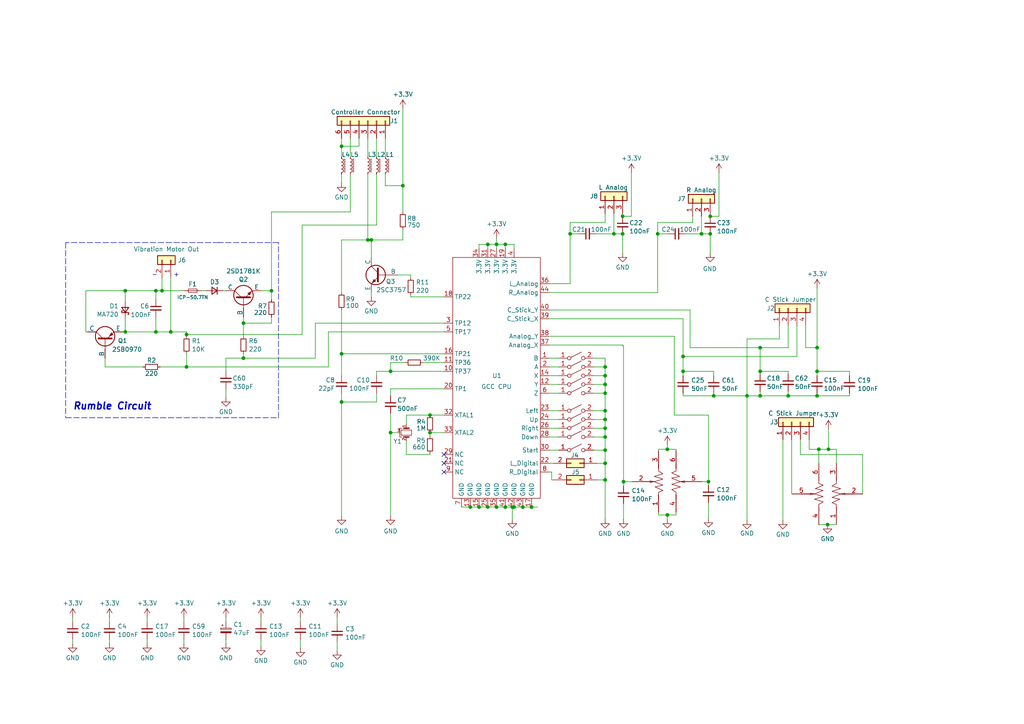
<source format=kicad_sch>
(kicad_sch (version 20231120) (generator "eeschema") (generator_version "8.0")
  (paper "A4")
  (title_block (title "Game Cube Controller 23-0899D") (company "nataliethenerd.com"))
  (lib_symbols
    (symbol "Conn_01x02_1" (pin_names (offset 1.016) hide)
      (property "Reference" "J4" (at -2.286 0 90))
      (property "Value" "L" (at 2.54 -0.762 90))
      (symbol "Conn_01x02_1_1_1"
        (pin passive line (at 0 5.08 270) (length 3.81) (name "Pin_1") (number "1"))
        (pin passive line (at 0 -7.62 90) (length 3.81) (name "Pin_2") (number "2"))
      )
    )
    (symbol "Connector_Generic:Conn_01x02" (pin_names (offset 1.016) hide)
      (property "Reference" "J" (at 0 2.54 0))
      (property "Value" "Conn_01x02" (at 0 -5.08 0))
      (symbol "Conn_01x02_1_1"
        (pin passive line (at -5.08 0 0) (length 3.81) (name "Pin_1") (number "1"))
        (pin passive line (at -5.08 -2.54 0) (length 3.81) (name "Pin_2") (number "2"))
      )
    )
    (symbol "Connector_Generic:Conn_01x03" (pin_names (offset 1.016) hide)
      (property "Reference" "J" (at 0 5.08 0))
      (property "Value" "Conn_01x03" (at 0 -5.08 0))
      (symbol "Conn_01x03_1_1"
        (pin passive line (at -5.08 2.54 0) (length 3.81) (name "Pin_1") (number "1"))
        (pin passive line (at -5.08 0 0) (length 3.81) (name "Pin_2") (number "2"))
        (pin passive line (at -5.08 -2.54 0) (length 3.81) (name "Pin_3") (number "3"))
      )
    )
    (symbol "Connector_Generic:Conn_01x04" (pin_names (offset 1.016) hide)
      (property "Reference" "J" (at 0 5.08 0))
      (property "Value" "Conn_01x04" (at 0 -7.62 0))
      (symbol "Conn_01x04_1_1"
        (pin passive line (at -5.08 2.54 0) (length 3.81) (name "Pin_1") (number "1"))
        (pin passive line (at -5.08 0 0) (length 3.81) (name "Pin_2") (number "2"))
        (pin passive line (at -5.08 -2.54 0) (length 3.81) (name "Pin_3") (number "3"))
        (pin passive line (at -5.08 -5.08 0) (length 3.81) (name "Pin_4") (number "4"))
      )
    )
    (symbol "Connector_Generic:Conn_01x06" (pin_names (offset 1.016) hide)
      (property "Reference" "J" (at 0 7.62 0))
      (property "Value" "Conn_01x06" (at 0 -10.16 0))
      (symbol "Conn_01x06_1_1"
        (pin passive line (at -5.08 5.08 0) (length 3.81) (name "Pin_1") (number "1"))
        (pin passive line (at -5.08 2.54 0) (length 3.81) (name "Pin_2") (number "2"))
        (pin passive line (at -5.08 0 0) (length 3.81) (name "Pin_3") (number "3"))
        (pin passive line (at -5.08 -2.54 0) (length 3.81) (name "Pin_4") (number "4"))
        (pin passive line (at -5.08 -5.08 0) (length 3.81) (name "Pin_5") (number "5"))
        (pin passive line (at -5.08 -7.62 0) (length 3.81) (name "Pin_6") (number "6"))
      )
    )
    (symbol "Device:C_Polarized_Small" (pin_numbers hide) (pin_names (offset 0.254) hide)
      (property "Reference" "C" (at 0.254 1.778 0))
      (property "Value" "C_Polarized_Small" (at 0.254 -2.032 0))
      (symbol "C_Polarized_Small_1_1"
        (pin passive line (at 0 2.54 270) (length 1.8542) (name "~") (number "1"))
        (pin passive line (at 0 -2.54 90) (length 1.8542) (name "~") (number "2"))
      )
    )
    (symbol "Device:C_Small" (pin_numbers hide) (pin_names (offset 0.254) hide)
      (property "Reference" "C" (at 0.254 1.778 0))
      (property "Value" "C_Small" (at 0.254 -2.032 0))
      (symbol "C_Small_1_1"
        (pin passive line (at 0 2.54 270) (length 2.032) (name "~") (number "1"))
        (pin passive line (at 0 -2.54 90) (length 2.032) (name "~") (number "2"))
      )
    )
    (symbol "Device:Crystal_GND3_Small" (pin_names (offset 1.016) hide)
      (property "Reference" "Y" (at 0 5.08 0))
      (property "Value" "Crystal_GND3_Small" (at 0 3.175 0))
      (symbol "Crystal_GND3_Small_1_1"
        (pin passive line (at -2.54 0 0) (length 1.27) (name "1") (number "1"))
        (pin passive line (at 2.54 0 180) (length 1.27) (name "2") (number "2"))
        (pin passive line (at 0 -2.54 90) (length 0.635) (name "3") (number "3"))
      )
    )
    (symbol "Device:D_Schottky_Small" (pin_numbers hide) (pin_names (offset 0.254) hide)
      (property "Reference" "D1" (at 1.1542 -1.905 90))
      (property "Value" "MA720" (at -1.27 -1.905 90))
      (symbol "D_Schottky_Small_1_1"
        (pin passive line (at 2.54 0 180) (length 1.778) (name "A") (number "1"))
        (pin passive line (at -2.54 0 0) (length 1.778) (name "K") (number "3"))
      )
    )
    (symbol "Device:D_Small" (pin_numbers hide) (pin_names (offset 0.254) hide)
      (property "Reference" "D" (at -1.27 2.032 0))
      (property "Value" "D_Small" (at -3.81 -2.032 0))
      (symbol "D_Small_1_1"
        (pin passive line (at -2.54 0 0) (length 1.778) (name "K") (number "1"))
        (pin passive line (at 2.54 0 180) (length 1.778) (name "A") (number "2"))
      )
    )
    (symbol "Device:Fuse_Small" (pin_numbers hide) (pin_names (offset 0.254) hide)
      (property "Reference" "F" (at 0 -1.524 0))
      (property "Value" "Fuse_Small" (at 0 1.524 0))
      (symbol "Fuse_Small_1_1"
        (pin passive line (at -2.54 0 0) (length 1.27) (name "~") (number "1"))
        (pin passive line (at 2.54 0 180) (length 1.27) (name "~") (number "2"))
      )
    )
    (symbol "Device:L_Ferrite_Small" (pin_numbers hide) (pin_names (offset 0.254) hide)
      (property "Reference" "L" (at 1.27 1.016 0))
      (property "Value" "L_Ferrite_Small" (at 1.27 -1.27 0))
      (symbol "L_Ferrite_Small_1_1"
        (pin passive line (at 0 2.54 270) (length 0.508) (name "~") (number "1"))
        (pin passive line (at 0 -2.54 90) (length 0.508) (name "~") (number "2"))
      )
    )
    (symbol "Device:R_Small" (pin_numbers hide) (pin_names (offset 0.254) hide)
      (property "Reference" "R" (at 0.762 0.508 0))
      (property "Value" "R_Small" (at 0.762 -1.016 0))
      (symbol "R_Small_1_1"
        (pin passive line (at 0 2.54 270) (length 0.762) (name "~") (number "1"))
        (pin passive line (at 0 -2.54 90) (length 0.762) (name "~") (number "2"))
      )
    )
    (symbol "GCC:GCC_CPU"
      (property "Reference" "U" (at 0 0 0))
      (symbol "GCC_CPU_0_0"
        (pin unspecified line (at 15.24 -31.75 180) (length 2.54) (name "B") (number "1"))
        (pin unspecified line (at -15.24 -35.56 0) (length 2.54) (name "TP37") (number "10"))
        (pin unspecified line (at -15.24 -33.02 0) (length 2.54) (name "TP36") (number "11"))
        (pin unspecified line (at 15.24 -39.37 180) (length 2.54) (name "Y") (number "12"))
        (pin unspecified line (at -7.62 -74.93 90) (length 2.54) (name "GND") (number "13"))
        (pin unspecified line (at 15.24 -36.83 180) (length 2.54) (name "X") (number "14"))
        (pin unspecified line (at -5.08 -74.93 90) (length 2.54) (name "GND") (number "15"))
        (pin unspecified line (at -15.24 -30.48 0) (length 2.54) (name "TP21") (number "16"))
        (pin unspecified line (at 10.16 -74.93 90) (length 2.54) (name "GND") (number "17"))
        (pin unspecified line (at -15.24 -13.97 0) (length 2.54) (name "TP22") (number "18"))
        (pin unspecified line (at 2.54 0 270) (length 2.54) (name "3.3V") (number "19"))
        (pin unspecified line (at 15.24 -34.29 180) (length 2.54) (name "A") (number "2"))
        (pin unspecified line (at -15.24 -40.64 0) (length 2.54) (name "TP1") (number "20"))
        (pin unspecified line (at -15.24 -62.23 0) (length 2.54) (name "NC") (number "21"))
        (pin unspecified line (at 15.24 -62.23 180) (length 2.54) (name "L_Digital") (number "22"))
        (pin unspecified line (at 15.24 -46.99 180) (length 2.54) (name "Left") (number "23"))
        (pin unspecified line (at 15.24 -49.53 180) (length 2.54) (name "Up") (number "24"))
        (pin unspecified line (at -2.54 -74.93 90) (length 2.54) (name "GND") (number "25"))
        (pin unspecified line (at 15.24 -52.07 180) (length 2.54) (name "Right") (number "26"))
        (pin unspecified line (at 0 0 270) (length 2.54) (name "3.3V") (number "27"))
        (pin unspecified line (at 15.24 -54.61 180) (length 2.54) (name "Down") (number "28"))
        (pin unspecified line (at -15.24 -59.69 0) (length 2.54) (name "NC") (number "29"))
        (pin unspecified line (at -15.24 -21.59 0) (length 2.54) (name "TP12") (number "3"))
        (pin unspecified line (at 15.24 -58.42 180) (length 2.54) (name "Start") (number "30"))
        (pin unspecified line (at -2.54 0 270) (length 2.54) (name "3.3V") (number "31"))
        (pin unspecified line (at -15.24 -48.26 0) (length 2.54) (name "XTAL1") (number "32"))
        (pin unspecified line (at -15.24 -53.34 0) (length 2.54) (name "XTAL2") (number "33"))
        (pin unspecified line (at -5.08 0 270) (length 2.54) (name "3.3V") (number "34"))
        (pin unspecified line (at 0 -74.93 90) (length 2.54) (name "GND") (number "35"))
        (pin unspecified line (at 15.24 -10.16 180) (length 2.54) (name "L_Analog") (number "36"))
        (pin unspecified line (at 15.24 -20.32 180) (length 2.54) (name "C_Stick_X") (number "39"))
        (pin unspecified line (at 5.08 0 270) (length 2.54) (name "3.3V") (number "4"))
        (pin unspecified line (at 15.24 -17.78 180) (length 2.54) (name "C_Stick_Y") (number "40"))
        (pin unspecified line (at 2.54 -74.93 90) (length 2.54) (name "GND") (number "41"))
        (pin unspecified line (at 5.08 -74.93 90) (length 2.54) (name "GND") (number "42"))
        (pin unspecified line (at 7.62 -74.93 90) (length 2.54) (name "GND") (number "43"))
        (pin unspecified line (at 15.24 -12.7 180) (length 2.54) (name "R_Analog") (number "44"))
        (pin unspecified line (at -15.24 -24.13 0) (length 2.54) (name "TP17") (number "5"))
        (pin unspecified line (at 15.24 -41.91 180) (length 2.54) (name "Z") (number "6"))
        (pin unspecified line (at -10.16 -74.93 90) (length 2.54) (name "GND") (number "7"))
        (pin unspecified line (at 15.24 -64.77 180) (length 2.54) (name "R_Digital") (number "8"))
        (pin unspecified line (at -15.24 -64.77 0) (length 2.54) (name "NC") (number "9"))
      )
      (symbol "GCC_CPU_1_0"
        (pin unspecified line (at 15.24 -27.94 180) (length 2.54) (name "Analog_X") (number "37"))
        (pin unspecified line (at 15.24 -25.4 180) (length 2.54) (name "Analog_Y") (number "38"))
      )
    )
    (symbol "NPN_1" (pin_numbers hide) (pin_names (offset 0))
      (property "Reference" "Q2" (at 5.8095 0 90))
      (property "Value" "2SD1781K" (at 8.2337 0 90))
      (symbol "NPN_1_1_1"
        (pin open_emitter line (at 2.54 -5.08 90) (length 2.54) (name "E") (number "1"))
        (pin input line (at -5.08 0 0) (length 2.54) (name "B") (number "2"))
        (pin open_collector line (at 2.54 5.08 270) (length 2.54) (name "C") (number "3"))
      )
    )
    (symbol "Simulation_SPICE:NPN" (pin_numbers hide) (pin_names (offset 0))
      (property "Reference" "Q3" (at -4.445 -1.905 0))
      (property "Value" "2SC3757" (at -7.62 -4.3292 0))
      (symbol "NPN_1_1"
        (pin input line (at -5.08 0 0) (length 2.54) (name "B") (number "1"))
        (pin open_emitter line (at 2.54 -5.08 90) (length 2.54) (name "E") (number "2"))
        (pin open_collector line (at 2.54 5.08 270) (length 2.54) (name "C") (number "3"))
      )
    )
    (symbol "Simulation_SPICE:PNP" (pin_numbers hide) (pin_names (offset 0))
      (property "Reference" "Q1" (at 0 -5.08 90))
      (property "Value" "2SB0970" (at -2.54 -6.35 90))
      (symbol "PNP_1_1"
        (pin input line (at -5.08 0 0) (length 2.54) (name "B") (number "1"))
        (pin open_emitter line (at 2.54 -5.08 90) (length 2.54) (name "E") (number "2"))
        (pin open_collector line (at 2.54 5.08 270) (length 2.54) (name "C") (number "3"))
      )
    )
    (symbol "Switch:SW_SPST" (pin_names (offset 0) hide)
      (property "Reference" "SW" (at 0 3.175 0))
      (property "Value" "SW_SPST" (at 0 -2.54 0))
      (symbol "SW_SPST_1_1"
        (pin passive line (at -5.08 0 0) (length 2.54) (name "A") (number "1"))
        (pin passive line (at 5.08 0 180) (length 2.54) (name "B") (number "2"))
      )
    )
    (symbol "easyeda2kicad:3D161"
      (property "Reference" "SW" (at 0 5.08 0))
      (property "Value" "3D161" (at 0 0 90))
      (symbol "3D161_1_1"
        (pin unspecified line (at -2.54 8.89 270) (length 5.08) (name "") (number "1"))
        (pin unspecified line (at -10.16 0 0) (length 5.08) (name "") (number "2"))
        (pin unspecified line (at -2.54 -8.89 90) (length 5.08) (name "") (number "3"))
        (pin unspecified line (at 2.54 8.89 270) (length 5.08) (name "") (number "4"))
        (pin unspecified line (at 10.16 0 180) (length 5.08) (name "") (number "5"))
        (pin unspecified line (at 2.54 -8.89 90) (length 5.08) (name "") (number "6"))
      )
    )
    (symbol "power:+3.3V" (power) (pin_names (offset 0))
      (property "Value" "+3.3V" (at 0 3.556 0))
      (symbol "+3.3V_1_1"
        (pin power_in line (at 0 0 90) (length 0) hide (name "+3.3V") (number "1"))
      )
    )
    (symbol "power:GND" (power) (pin_names (offset 0))
      (property "Value" "GND" (at 0 -3.81 0))
      (symbol "GND_1_1"
        (pin power_in line (at 0 0 270) (length 0) hide (name "GND") (number "1"))
      )
    )
  )
  (junction (at 178.054 67.818))
  (junction (at 149.098 147.066))
  (junction (at 205.486 139.7))
  (junction (at 116.84 53.848))
  (junction (at 220.472 100.838))
  (junction (at 205.994 62.738))
  (junction (at 107.696 69.596))
  (junction (at 124.714 125.476))
  (junction (at 193.548 149.352))
  (junction (at 207.01 114.808))
  (junction (at 36.322 84.328))
  (junction (at 220.472 114.808))
  (junction (at 220.472 107.696))
  (junction (at 190.754 67.818))
  (junction (at 175.514 126.746))
  (junction (at 205.994 67.818))
  (junction (at 99.06 42.418))
  (junction (at 99.06 102.616))
  (junction (at 175.514 106.426))
  (junction (at 54.102 97.028))
  (junction (at 175.514 114.046))
  (junction (at 240.284 130.302))
  (junction (at 136.398 147.066))
  (junction (at 180.848 139.7))
  (junction (at 240.03 152.146))
  (junction (at 113.284 125.476))
  (junction (at 138.938 147.066))
  (junction (at 70.612 103.886))
  (junction (at 141.478 70.866))
  (junction (at 146.558 70.866))
  (junction (at 236.982 114.808))
  (junction (at 237.49 130.302))
  (junction (at 78.74 84.328))
  (junction (at 151.638 147.066))
  (junction (at 146.558 147.066))
  (junction (at 198.12 107.696))
  (junction (at 203.454 67.818))
  (junction (at 175.514 119.126))
  (junction (at 46.99 84.328))
  (junction (at 180.594 67.818))
  (junction (at 154.178 147.066))
  (junction (at 175.514 111.506))
  (junction (at 141.478 147.066))
  (junction (at 198.12 103.378))
  (junction (at 106.68 69.596))
  (junction (at 180.594 62.738))
  (junction (at 175.514 121.666))
  (junction (at 124.714 120.396))
  (junction (at 175.514 134.366))
  (junction (at 165.354 67.818))
  (junction (at 45.212 96.266))
  (junction (at 113.284 107.696))
  (junction (at 193.548 130.302))
  (junction (at 175.514 130.556))
  (junction (at 228.6 114.808))
  (junction (at 99.06 116.586))
  (junction (at 148.59 147.066))
  (junction (at 54.102 106.426))
  (junction (at 236.982 107.696))
  (junction (at 175.514 124.206))
  (junction (at 49.53 96.266))
  (junction (at 45.212 84.328))
  (junction (at 236.982 100.838))
  (junction (at 144.018 70.866))
  (junction (at 216.662 114.808))
  (junction (at 175.514 139.192))
  (junction (at 144.018 147.066))
  (junction (at 36.322 96.266))
  (junction (at 70.612 93.726))
  (junction (at 175.514 108.966))
  (no_connect (at 128.778 136.906))
  (no_connect (at 128.778 131.826))
  (no_connect (at 128.778 134.366))
  (wire (pts (xy 226.06 98.298) (xy 226.06 94.488)))
  (wire (pts (xy 198.12 103.378) (xy 198.12 107.696)))
  (wire (pts (xy 205.486 120.396) (xy 205.486 139.7)))
  (wire (pts (xy 232.156 127.508) (xy 232.156 131.826)))
  (wire (pts (xy 106.68 69.596) (xy 107.696 69.596)))
  (wire (pts (xy 113.284 105.156) (xy 113.284 107.696)))
  (wire (pts (xy 220.472 107.696) (xy 228.6 107.696)))
  (wire (pts (xy 236.982 107.696) (xy 236.982 108.966)))
  (wire (pts (xy 78.74 61.468) (xy 78.74 84.328)))
  (wire (pts (xy 162.052 114.046) (xy 159.258 114.046)))
  (wire (pts (xy 54.102 106.426) (xy 54.102 102.616)))
  (wire (pts (xy 231.14 94.488) (xy 231.14 103.378)))
  (wire (pts (xy 175.514 121.666) (xy 175.514 124.206)))
  (wire (pts (xy 162.052 124.206) (xy 159.258 124.206)))
  (wire (pts (xy 21.082 179.07) (xy 21.082 180.34)))
  (wire (pts (xy 180.594 67.818) (xy 180.594 73.406)))
  (wire (pts (xy 31.75 185.42) (xy 31.75 186.69)))
  (wire (pts (xy 195.58 120.396) (xy 205.486 120.396)))
  (wire (pts (xy 233.68 94.488) (xy 233.68 100.838)))
  (wire (pts (xy 119.126 86.106) (xy 128.778 86.106)))
  (wire (pts (xy 228.6 114.808) (xy 236.982 114.808)))
  (wire (pts (xy 95.25 96.266) (xy 128.778 96.266)))
  (wire (pts (xy 104.14 40.132) (xy 104.14 42.418)))
  (wire (pts (xy 99.06 42.418) (xy 99.06 45.466)))
  (wire (pts (xy 49.53 80.518) (xy 49.53 96.266)))
  (wire (pts (xy 36.322 96.266) (xy 45.212 96.266)))
  (wire (pts (xy 237.49 130.302) (xy 237.49 134.366)))
  (wire (pts (xy 36.322 84.328) (xy 36.322 87.376)))
  (wire (pts (xy 53.34 179.07) (xy 53.34 180.34)))
  (wire (pts (xy 180.594 62.738) (xy 180.594 61.976)))
  (wire (pts (xy 208.534 62.738) (xy 205.994 62.738)))
  (wire (pts (xy 101.6 40.132) (xy 101.6 45.466)))
  (wire (pts (xy 180.594 100.33) (xy 180.848 100.33)))
  (wire (pts (xy 220.472 107.696) (xy 220.472 108.458)))
  (wire (pts (xy 172.212 126.746) (xy 175.514 126.746)))
  (wire (pts (xy 175.514 124.206) (xy 175.514 126.746)))
  (wire (pts (xy 133.858 147.066) (xy 136.398 147.066)))
  (wire (pts (xy 117.856 128.016) (xy 117.856 131.826)))
  (wire (pts (xy 203.454 67.818) (xy 205.994 67.818)))
  (wire (pts (xy 111.76 53.848) (xy 111.76 50.546)))
  (wire (pts (xy 220.472 100.838) (xy 220.472 107.696)))
  (wire (pts (xy 46.99 84.328) (xy 53.34 84.328)))
  (wire (pts (xy 220.472 113.538) (xy 220.472 114.808)))
  (wire (pts (xy 138.938 147.066) (xy 141.478 147.066)))
  (wire (pts (xy 162.052 126.746) (xy 159.258 126.746)))
  (wire (pts (xy 109.22 116.586) (xy 109.22 114.046)))
  (polyline (pts (xy 80.772 70.358) (xy 63.5 70.358)) (stroke (width 0) (type dash)))
  (wire (pts (xy 216.662 114.808) (xy 216.662 150.876)))
  (wire (pts (xy 220.472 100.838) (xy 228.6 100.838)))
  (wire (pts (xy 75.692 179.07) (xy 75.692 180.34)))
  (wire (pts (xy 196.088 130.302) (xy 196.088 130.81)))
  (wire (pts (xy 198.12 103.378) (xy 198.12 92.456)))
  (wire (pts (xy 227.076 150.876) (xy 227.076 127.508)))
  (wire (pts (xy 91.44 103.886) (xy 91.44 93.726)))
  (wire (pts (xy 113.284 105.156) (xy 117.602 105.156)))
  (wire (pts (xy 198.12 114.808) (xy 198.12 114.046)))
  (wire (pts (xy 97.79 179.07) (xy 97.79 181.102)))
  (wire (pts (xy 237.49 130.302) (xy 240.284 130.302)))
  (wire (pts (xy 240.03 152.146) (xy 237.49 152.146)))
  (wire (pts (xy 70.612 103.886) (xy 91.44 103.886)))
  (wire (pts (xy 46.99 80.518) (xy 46.99 84.328)))
  (wire (pts (xy 104.14 42.418) (xy 99.06 42.418)))
  (wire (pts (xy 165.354 67.818) (xy 165.354 82.296)))
  (wire (pts (xy 216.662 114.808) (xy 220.472 114.808)))
  (wire (pts (xy 42.672 186.69) (xy 42.672 185.42)))
  (wire (pts (xy 178.054 67.818) (xy 172.974 67.818)))
  (wire (pts (xy 191.008 149.352) (xy 191.008 148.59)))
  (wire (pts (xy 97.79 188.722) (xy 97.79 186.182)))
  (wire (pts (xy 78.74 91.948) (xy 78.74 93.726)))
  (wire (pts (xy 191.008 130.302) (xy 191.008 130.81)))
  (wire (pts (xy 172.212 130.556) (xy 175.514 130.556)))
  (wire (pts (xy 180.594 62.738) (xy 183.134 62.738)))
  (wire (pts (xy 70.612 93.726) (xy 70.612 97.536)))
  (wire (pts (xy 205.994 67.818) (xy 205.994 73.406)))
  (wire (pts (xy 36.322 92.456) (xy 36.322 96.266)))
  (wire (pts (xy 175.514 114.046) (xy 175.514 119.126)))
  (wire (pts (xy 180.594 100.076) (xy 159.258 100.076)))
  (wire (pts (xy 155.956 147.066) (xy 154.178 147.066)))
  (wire (pts (xy 141.478 70.866) (xy 141.478 72.136)))
  (polyline (pts (xy 19.05 121.158) (xy 80.772 121.158)) (stroke (width 0) (type dash)))
  (wire (pts (xy 36.322 84.328) (xy 45.212 84.328)))
  (wire (pts (xy 246.38 107.696) (xy 246.38 108.966)))
  (wire (pts (xy 240.03 152.146) (xy 242.57 152.146)))
  (wire (pts (xy 162.052 108.966) (xy 159.258 108.966)))
  (wire (pts (xy 198.12 107.696) (xy 207.01 107.696)))
  (wire (pts (xy 228.6 108.458) (xy 228.6 107.696)))
  (wire (pts (xy 198.12 114.808) (xy 207.01 114.808)))
  (wire (pts (xy 175.514 103.886) (xy 175.514 106.426)))
  (wire (pts (xy 190.754 64.516) (xy 200.914 64.516)))
  (wire (pts (xy 138.938 70.866) (xy 138.938 72.136)))
  (wire (pts (xy 207.01 114.808) (xy 216.662 114.808)))
  (wire (pts (xy 99.06 114.046) (xy 99.06 116.586)))
  (wire (pts (xy 175.514 126.746) (xy 175.514 130.556)))
  (wire (pts (xy 101.6 61.468) (xy 78.74 61.468)))
  (wire (pts (xy 107.696 69.596) (xy 116.84 69.596)))
  (wire (pts (xy 31.75 180.34) (xy 31.75 179.07)))
  (wire (pts (xy 207.01 107.696) (xy 207.01 108.966)))
  (wire (pts (xy 87.63 97.028) (xy 87.63 65.278)))
  (wire (pts (xy 240.284 130.302) (xy 242.57 130.302)))
  (wire (pts (xy 144.018 70.866) (xy 144.018 72.136)))
  (wire (pts (xy 172.212 124.206) (xy 175.514 124.206)))
  (wire (pts (xy 159.258 134.366) (xy 160.528 134.366)))
  (wire (pts (xy 54.102 106.426) (xy 95.25 106.426)))
  (wire (pts (xy 229.87 143.256) (xy 229.616 143.256)))
  (wire (pts (xy 107.696 84.836) (xy 107.696 86.106)))
  (wire (pts (xy 228.6 94.488) (xy 228.6 100.838)))
  (wire (pts (xy 208.534 62.738) (xy 208.534 50.038)))
  (wire (pts (xy 149.098 70.866) (xy 149.098 72.136)))
  (wire (pts (xy 109.22 50.546) (xy 109.22 65.278)))
  (wire (pts (xy 205.486 150.368) (xy 205.486 145.796)))
  (wire (pts (xy 159.258 82.296) (xy 165.354 82.296)))
  (wire (pts (xy 111.76 53.848) (xy 116.84 53.848)))
  (wire (pts (xy 99.06 50.546) (xy 99.06 53.086)))
  (wire (pts (xy 99.06 116.586) (xy 99.06 149.606)))
  (wire (pts (xy 113.284 125.476) (xy 115.316 125.476)))
  (wire (pts (xy 65.532 112.776) (xy 65.532 115.316)))
  (wire (pts (xy 228.6 114.808) (xy 220.472 114.808)))
  (wire (pts (xy 99.06 40.132) (xy 99.06 42.418)))
  (wire (pts (xy 99.06 69.596) (xy 99.06 84.836)))
  (wire (pts (xy 30.48 106.426) (xy 41.402 106.426)))
  (wire (pts (xy 234.696 127.508) (xy 234.696 130.302)))
  (wire (pts (xy 193.548 150.622) (xy 193.548 149.352)))
  (wire (pts (xy 196.088 149.352) (xy 193.548 149.352)))
  (wire (pts (xy 87.122 179.07) (xy 87.122 180.34)))
  (wire (pts (xy 160.02 136.906) (xy 159.258 136.906)))
  (wire (pts (xy 30.48 106.426) (xy 30.48 103.886)))
  (wire (pts (xy 70.612 93.726) (xy 78.74 93.726)))
  (wire (pts (xy 119.126 85.598) (xy 119.126 86.106)))
  (wire (pts (xy 87.122 187.96) (xy 87.122 185.42)))
  (wire (pts (xy 49.53 96.266) (xy 54.102 96.266)))
  (wire (pts (xy 65.532 186.69) (xy 65.532 185.42)))
  (wire (pts (xy 141.478 70.866) (xy 144.018 70.866)))
  (wire (pts (xy 160.02 139.192) (xy 160.02 136.906)))
  (wire (pts (xy 113.284 149.606) (xy 113.284 125.476)))
  (wire (pts (xy 216.662 98.298) (xy 216.662 114.808)))
  (wire (pts (xy 124.714 125.476) (xy 128.778 125.476)))
  (wire (pts (xy 65.532 103.886) (xy 70.612 103.886)))
  (wire (pts (xy 53.34 186.69) (xy 53.34 185.42)))
  (wire (pts (xy 200.152 100.838) (xy 220.472 100.838)))
  (wire (pts (xy 180.848 139.7) (xy 180.848 100.33)))
  (wire (pts (xy 242.57 130.302) (xy 242.57 134.366)))
  (wire (pts (xy 172.212 114.046) (xy 175.514 114.046)))
  (polyline (pts (xy 63.5 70.358) (xy 19.05 70.358)) (stroke (width 0) (type dash)))
  (wire (pts (xy 198.882 67.818) (xy 203.454 67.818)))
  (wire (pts (xy 64.77 84.328) (xy 65.532 84.328)))
  (wire (pts (xy 113.284 112.776) (xy 113.284 114.808)))
  (wire (pts (xy 180.848 139.7) (xy 183.388 139.7)))
  (wire (pts (xy 54.102 97.028) (xy 54.102 97.536)))
  (wire (pts (xy 195.58 97.536) (xy 195.58 120.396)))
  (wire (pts (xy 141.478 70.866) (xy 138.938 70.866)))
  (wire (pts (xy 180.848 150.622) (xy 180.848 146.05)))
  (wire (pts (xy 146.558 70.866) (xy 149.098 70.866)))
  (wire (pts (xy 124.714 120.396) (xy 128.778 120.396)))
  (wire (pts (xy 162.052 130.556) (xy 159.258 130.556)))
  (wire (pts (xy 165.354 64.516) (xy 165.354 67.818)))
  (wire (pts (xy 200.914 64.516) (xy 200.914 62.738)))
  (wire (pts (xy 236.982 107.696) (xy 246.38 107.696)))
  (wire (pts (xy 236.982 83.566) (xy 236.982 100.838)))
  (wire (pts (xy 148.59 147.066) (xy 149.098 147.066)))
  (wire (pts (xy 183.134 50.038) (xy 183.134 62.738)))
  (wire (pts (xy 162.052 103.886) (xy 159.258 103.886)))
  (wire (pts (xy 46.482 106.426) (xy 54.102 106.426)))
  (wire (pts (xy 116.84 66.548) (xy 116.84 69.596)))
  (wire (pts (xy 175.514 119.126) (xy 175.514 121.666)))
  (wire (pts (xy 159.258 92.456) (xy 198.12 92.456)))
  (wire (pts (xy 136.398 147.066) (xy 138.938 147.066)))
  (wire (pts (xy 122.682 105.156) (xy 128.778 105.156)))
  (wire (pts (xy 193.548 130.302) (xy 191.008 130.302)))
  (wire (pts (xy 113.284 107.696) (xy 128.778 107.696)))
  (wire (pts (xy 45.212 84.328) (xy 45.212 86.868)))
  (wire (pts (xy 198.12 107.696) (xy 198.12 108.966)))
  (wire (pts (xy 146.558 147.066) (xy 148.59 147.066)))
  (wire (pts (xy 175.514 64.516) (xy 165.354 64.516)))
  (wire (pts (xy 190.754 67.818) (xy 190.754 84.836)))
  (wire (pts (xy 95.25 106.426) (xy 95.25 96.266)))
  (wire (pts (xy 65.532 107.696) (xy 65.532 103.886)))
  (wire (pts (xy 162.052 121.666) (xy 159.258 121.666)))
  (wire (pts (xy 144.018 69.088) (xy 144.018 70.866)))
  (wire (pts (xy 116.84 53.848) (xy 116.84 61.468)))
  (wire (pts (xy 226.06 98.298) (xy 216.662 98.298)))
  (wire (pts (xy 233.68 100.838) (xy 236.982 100.838)))
  (wire (pts (xy 58.42 84.328) (xy 59.69 84.328)))
  (wire (pts (xy 180.594 100.33) (xy 180.594 100.076)))
  (wire (pts (xy 207.01 114.808) (xy 207.01 114.046)))
  (wire (pts (xy 151.638 147.066) (xy 154.178 147.066)))
  (wire (pts (xy 106.68 45.466) (xy 106.68 40.132)))
  (wire (pts (xy 240.284 124.46) (xy 240.284 130.302)))
  (wire (pts (xy 24.892 84.328) (xy 24.892 96.266)))
  (wire (pts (xy 175.514 134.366) (xy 175.514 139.192)))
  (wire (pts (xy 106.68 50.546) (xy 106.68 69.596)))
  (wire (pts (xy 146.558 70.866) (xy 146.558 72.136)))
  (wire (pts (xy 99.06 102.616) (xy 128.778 102.616)))
  (wire (pts (xy 54.102 97.028) (xy 87.63 97.028)))
  (wire (pts (xy 42.672 179.07) (xy 42.672 180.34)))
  (wire (pts (xy 180.848 140.97) (xy 180.848 139.7)))
  (wire (pts (xy 175.514 130.556) (xy 175.514 134.366)))
  (wire (pts (xy 101.6 61.468) (xy 101.6 50.546)))
  (wire (pts (xy 119.126 79.756) (xy 119.126 80.518)))
  (wire (pts (xy 141.478 147.066) (xy 144.018 147.066)))
  (wire (pts (xy 234.696 130.302) (xy 237.49 130.302)))
  (wire (pts (xy 172.212 108.966) (xy 175.514 108.966)))
  (wire (pts (xy 196.088 148.59) (xy 196.088 149.352)))
  (wire (pts (xy 193.802 67.818) (xy 190.754 67.818)))
  (wire (pts (xy 193.548 130.302) (xy 196.088 130.302)))
  (wire (pts (xy 45.212 84.328) (xy 46.99 84.328)))
  (wire (pts (xy 175.514 108.966) (xy 175.514 111.506)))
  (wire (pts (xy 78.74 86.868) (xy 78.74 84.328)))
  (wire (pts (xy 45.212 96.266) (xy 49.53 96.266)))
  (wire (pts (xy 109.22 107.696) (xy 113.284 107.696)))
  (wire (pts (xy 229.616 143.256) (xy 229.616 127.508)))
  (wire (pts (xy 75.692 84.328) (xy 78.74 84.328)))
  (wire (pts (xy 91.44 93.726) (xy 128.778 93.726)))
  (wire (pts (xy 160.528 139.192) (xy 160.02 139.192)))
  (wire (pts (xy 144.018 147.066) (xy 146.558 147.066)))
  (wire (pts (xy 117.856 122.936) (xy 117.856 120.396)))
  (wire (pts (xy 193.548 149.352) (xy 191.008 149.352)))
  (wire (pts (xy 172.212 106.426) (xy 175.514 106.426)))
  (wire (pts (xy 236.982 114.808) (xy 236.982 114.046)))
  (wire (pts (xy 124.714 131.826) (xy 124.714 131.572)))
  (wire (pts (xy 109.22 45.466) (xy 109.22 40.132)))
  (wire (pts (xy 117.856 120.396) (xy 124.714 120.396)))
  (wire (pts (xy 205.486 139.7) (xy 203.708 139.7)))
  (wire (pts (xy 87.63 65.278) (xy 109.22 65.278)))
  (wire (pts (xy 99.06 102.616) (xy 99.06 108.966)))
  (wire (pts (xy 172.212 111.506) (xy 175.514 111.506)))
  (wire (pts (xy 149.098 147.066) (xy 151.638 147.066)))
  (wire (pts (xy 203.454 62.738) (xy 203.454 67.818)))
  (wire (pts (xy 250.19 131.826) (xy 250.19 143.256)))
  (wire (pts (xy 99.06 69.596) (xy 106.68 69.596)))
  (wire (pts (xy 111.76 40.132) (xy 111.76 45.466)))
  (wire (pts (xy 175.514 106.426) (xy 175.514 108.966)))
  (wire (pts (xy 107.696 69.596) (xy 107.696 74.676)))
  (polyline (pts (xy 63.5 70.358) (xy 63.5 70.358)) (stroke (width 0) (type dash)))
  (wire (pts (xy 65.532 179.07) (xy 65.532 180.34)))
  (wire (pts (xy 193.548 129.032) (xy 193.548 130.302)))
  (wire (pts (xy 45.212 91.948) (xy 45.212 96.266)))
  (wire (pts (xy 116.84 31.496) (xy 116.84 53.848)))
  (wire (pts (xy 190.754 64.516) (xy 190.754 67.818)))
  (wire (pts (xy 148.59 147.066) (xy 148.59 150.622)))
  (wire (pts (xy 232.156 131.826) (xy 250.19 131.826)))
  (wire (pts (xy 162.052 119.126) (xy 159.258 119.126)))
  (wire (pts (xy 36.322 84.328) (xy 24.892 84.328)))
  (wire (pts (xy 117.856 131.826) (xy 124.714 131.826)))
  (wire (pts (xy 172.212 119.126) (xy 175.514 119.126)))
  (wire (pts (xy 195.58 97.536) (xy 159.258 97.536)))
  (wire (pts (xy 205.486 140.716) (xy 205.486 139.7)))
  (wire (pts (xy 162.052 106.426) (xy 159.258 106.426)))
  (wire (pts (xy 99.06 102.616) (xy 99.06 89.916)))
  (wire (pts (xy 167.894 67.818) (xy 165.354 67.818)))
  (wire (pts (xy 21.082 186.69) (xy 21.082 185.42)))
  (wire (pts (xy 144.018 70.866) (xy 146.558 70.866)))
  (wire (pts (xy 236.982 100.838) (xy 236.982 107.696)))
  (wire (pts (xy 175.514 139.192) (xy 175.514 150.622)))
  (wire (pts (xy 113.284 112.776) (xy 128.778 112.776)))
  (wire (pts (xy 24.892 96.266) (xy 25.4 96.266)))
  (wire (pts (xy 175.514 121.666) (xy 172.212 121.666)))
  (wire (pts (xy 159.258 84.836) (xy 190.754 84.836)))
  (wire (pts (xy 173.228 139.192) (xy 175.514 139.192)))
  (wire (pts (xy 54.102 97.028) (xy 54.102 96.266)))
  (wire (pts (xy 178.054 61.976) (xy 178.054 67.818)))
  (wire (pts (xy 99.06 116.586) (xy 109.22 116.586)))
  (wire (pts (xy 109.22 108.966) (xy 109.22 107.696)))
  (wire (pts (xy 200.152 89.916) (xy 159.258 89.916)))
  (wire (pts (xy 178.054 67.818) (xy 180.594 67.818)))
  (wire (pts (xy 70.612 91.948) (xy 70.612 93.726)))
  (wire (pts (xy 172.212 103.886) (xy 175.514 103.886)))
  (wire (pts (xy 175.514 111.506) (xy 175.514 114.046)))
  (wire (pts (xy 228.6 113.538) (xy 228.6 114.808)))
  (wire (pts (xy 75.692 187.452) (xy 75.692 185.42)))
  (wire (pts (xy 113.284 119.888) (xy 113.284 125.476)))
  (wire (pts (xy 236.982 114.808) (xy 246.38 114.808)))
  (wire (pts (xy 198.12 103.378) (xy 231.14 103.378)))
  (wire (pts (xy 200.152 100.838) (xy 200.152 89.916)))
  (polyline (pts (xy 19.05 70.358) (xy 19.05 121.158)) (stroke (width 0) (type dash)))
  (wire (pts (xy 124.714 126.492) (xy 124.714 125.476)))
  (wire (pts (xy 246.38 114.808) (xy 246.38 114.046)))
  (wire (pts (xy 70.612 102.616) (xy 70.612 103.886)))
  (polyline (pts (xy 80.772 121.158) (xy 80.772 70.358)) (stroke (width 0) (type dash)))
  (wire (pts (xy 173.228 134.366) (xy 175.514 134.366)))
  (wire (pts (xy 175.514 64.516) (xy 175.514 61.976)))
  (wire (pts (xy 162.052 111.506) (xy 159.258 111.506)))
  (wire (pts (xy 36.322 96.266) (xy 35.56 96.266)))
  (wire (pts (xy 119.126 79.756) (xy 115.316 79.756)))
  (text "+" (at 50.292 80.518 0) (effects (font (size 1.27 1.27)) (justify left bottom)))
  (text "-" (at 43.942 80.518 0) (effects (font (size 1.27 1.27)) (justify left bottom)))
  (text "Rumble Circuit" (at 21.082 119.126 0) (effects (font (size 2 2) (thickness 0.4) (bold yes) (italic yes)) (justify left bottom)))
  (symbol (lib_id "power:GND") (at 113.284 149.606 0) (unit 1)
    (property "Reference" "#PWR011" (effects (hide yes)))
    (property "Value" "GND" (at 113.284 154.051 0))
  )
  (symbol (lib_id "power:GND") (at 65.532 115.316 0) (unit 1)
    (property "Reference" "#PWR03" (effects (hide yes)))
    (property "Value" "GND" (at 65.532 119.4491 0))
  )
  (symbol (lib_id "Device:C_Small") (at 53.34 182.88 0) (unit 1)
    (property "Reference" "C59" (at 55.6641 181.6742 0) (effects (justify left)))
    (property "Value" "100nF" (at 55.6641 184.0984 0) (effects (justify left)))
    (property "Footprint" "Capacitor_SMD:C_0603_1608Metric" (effects (hide yes)))
  )
  (symbol (lib_id "Device:C_Small") (at 207.01 111.506 0) (unit 1)
    (property "Reference" "C61" (at 209.3341 110.3002 0) (effects (justify left)))
    (property "Value" "50nF" (at 209.3341 112.7244 0) (effects (justify left)))
    (property "Footprint" "Capacitor_SMD:C_0603_1608Metric" (effects (hide yes)))
  )
  (symbol (lib_id "Device:L_Ferrite_Small") (at 106.68 48.006 0) (unit 1)
    (property "Reference" "L3" (at 106.68 44.831 0) (effects (justify left)))
    (property "Value" "FerriteBead_Small" (effects (hide yes)))
    (property "Footprint" "Resistor_SMD:R_0603_1608Metric" (effects (hide yes)))
  )
  (symbol (lib_id "Device:C_Small") (at 246.38 111.506 0) (unit 1)
    (property "Reference" "C19" (at 248.7041 110.3002 0) (effects (justify left)))
    (property "Value" "100nF" (at 248.7041 112.7244 0) (effects (justify left)))
    (property "Footprint" "Capacitor_SMD:C_0603_1608Metric" (effects (hide yes)))
  )
  (symbol (lib_name "Conn_01x02_1") (lib_id "Connector_Generic:Conn_01x02") (at 168.148 139.192 270) (mirror x) (unit 1)
    (property "Reference" "J5" (at 168.148 136.906 90) (effects (justify right)))
    (property "Value" "R" (effects (hide yes)))
    (property "Footprint" "GCC:GCC_DPad" (effects (hide yes)))
  )
  (symbol (lib_id "Simulation_SPICE:PNP") (at 30.48 98.806 90) (unit 1)
    (property "Reference" "Q1" (at 35.56 98.806 90))
    (property "Value" "2SB0970" (at 36.83 101.346 90))
    (property "Footprint" "Package_TO_SOT_SMD:SOT-23" (effects (hide yes)))
    (property "Sim.Device" "PNP" (effects (hide yes)))
    (property "Sim.Type" "GUMMELPOON" (effects (hide yes)))
    (property "Sim.Pins" "1=C 2=B 3=E" (effects (hide yes)))
  )
  (symbol (lib_id "Device:C_Small") (at 65.532 110.236 180) (unit 1)
    (property "Reference" "C60" (at 67.437 109.7168 0) (effects (justify right)))
    (property "Value" "330pF" (at 67.437 112.141 0) (effects (justify right)))
    (property "Footprint" "Capacitor_SMD:C_0603_1608Metric" (effects (hide yes)))
  )
  (symbol (lib_id "power:GND") (at 99.06 53.086 0) (unit 1)
    (property "Reference" "#PWR07" (effects (hide yes)))
    (property "Value" "GND" (at 99.06 57.2191 0))
  )
  (symbol (lib_id "Device:R_Small") (at 43.942 106.426 270) (unit 1)
    (property "Reference" "R2" (at 43.942 104.521 90))
    (property "Value" "220" (at 43.942 108.331 90))
    (property "Footprint" "Resistor_SMD:R_0603_1608Metric" (effects (hide yes)))
  )
  (symbol (lib_id "power:+3.3V") (at 75.692 179.07 0) (unit 1)
    (property "Reference" "#PWR026" (effects (hide yes)))
    (property "Value" "+3.3V" (at 75.692 174.9369 0))
  )
  (symbol (lib_id "GCC:GCC_CPU") (at 144.018 72.136 0) (unit 1)
    (property "Reference" "U1" (at 142.748 108.966 0) (effects (justify left)))
    (property "Value" "GCC CPU" (at 144.018 112.141 0))
    (property "Footprint" "GCC:GCC_CPU" (effects (hide yes)))
  )
  (symbol (lib_id "Device:L_Ferrite_Small") (at 99.06 48.006 0) (unit 1)
    (property "Reference" "L4" (at 99.06 44.831 0) (effects (justify left)))
    (property "Value" "FerriteBead_Small" (effects (hide yes)))
    (property "Footprint" "Resistor_SMD:R_0805_2012Metric" (effects (hide yes)))
  )
  (symbol (lib_id "Switch:SW_SPST") (at 167.132 106.426 0) (unit 1)
    (property "Reference" "SW6" (effects (hide yes)))
    (property "Value" "SW_SPST" (effects (hide yes)))
    (property "Footprint" "GCC:GCC_ABXY" (effects (hide yes)))
  )
  (symbol (lib_id "Device:C_Small") (at 109.22 111.506 0) (mirror y) (unit 1)
    (property "Reference" "C10" (at 107.315 110.236 0) (effects (justify left)))
    (property "Value" "100nF" (at 107.315 112.6602 0) (effects (justify left)))
    (property "Footprint" "Capacitor_SMD:C_0603_1608Metric" (effects (hide yes)))
  )
  (symbol (lib_id "Device:R_Small") (at 120.142 105.156 90) (unit 1)
    (property "Reference" "R10" (at 116.967 103.886 90) (effects (justify left)))
    (property "Value" "390K" (at 127.762 103.886 90) (effects (justify left)))
    (property "Footprint" "Resistor_SMD:R_0603_1608Metric" (effects (hide yes)))
  )
  (symbol (lib_id "Device:C_Small") (at 113.284 117.348 0) (unit 1)
    (property "Reference" "C7" (at 115.189 116.078 0) (effects (justify left)))
    (property "Value" "500nF" (at 115.189 118.5022 0) (effects (justify left)))
    (property "Footprint" "Capacitor_SMD:C_0603_1608Metric" (effects (hide yes)))
  )
  (symbol (lib_id "power:+3.3V") (at 240.284 124.46 0) (unit 1)
    (property "Reference" "#PWR038" (effects (hide yes)))
    (property "Value" "+3.3V" (at 240.284 120.3269 0))
  )
  (symbol (lib_id "power:GND") (at 216.662 150.876 0) (unit 1)
    (property "Reference" "#PWR034" (effects (hide yes)))
    (property "Value" "GND" (at 216.662 154.686 0))
  )
  (symbol (lib_id "power:GND") (at 227.076 150.876 0) (unit 1)
    (property "Reference" "#PWR037" (effects (hide yes)))
    (property "Value" "GND" (at 227.076 155.0091 0))
  )
  (symbol (lib_id "power:GND") (at 205.994 73.406 0) (unit 1)
    (property "Reference" "#PWR016" (effects (hide yes)))
    (property "Value" "GND" (at 205.867 77.978 0))
  )
  (symbol (lib_id "Device:C_Small") (at 236.982 111.506 0) (unit 1)
    (property "Reference" "C15" (at 238.887 110.236 0) (effects (justify left)))
    (property "Value" "100nF" (at 238.887 112.6602 0) (effects (justify left)))
    (property "Footprint" "Capacitor_SMD:C_0603_1608Metric" (effects (hide yes)))
  )
  (symbol (lib_id "easyeda2kicad:3D161") (at 193.548 139.7 0) (mirror x) (unit 1)
    (property "Reference" "SW13" (effects (hide yes)))
    (property "Value" "3D161" (effects (hide yes)))
    (property "Footprint" "GCC:GCC_Joystick" (effects (hide yes)))
    (property "Datasheet" "https://lcsc.com/product-detail/5-way-Tactile-Switchs_3D161-3D_C92593.html" (effects (hide yes)))
    (property "LCSC Part" "C92593" (effects (hide yes)))
  )
  (symbol (lib_id "power:GND") (at 21.082 186.69 0) (unit 1)
    (property "Reference" "#PWR013" (effects (hide yes)))
    (property "Value" "GND" (at 21.082 190.8231 0))
  )
  (symbol (lib_id "power:+3.3V") (at 193.548 129.032 0) (unit 1)
    (property "Reference" "#PWR030" (effects (hide yes)))
    (property "Value" "+3.3V" (at 193.548 124.8989 0))
  )
  (symbol (lib_id "Device:C_Small") (at 99.06 111.506 0) (mirror y) (unit 1)
    (property "Reference" "C8" (at 97.155 110.236 0) (effects (justify left)))
    (property "Value" "22pF" (at 97.155 112.6602 0) (effects (justify left)))
    (property "Footprint" "Capacitor_SMD:C_0603_1608Metric" (effects (hide yes)))
  )
  (symbol (lib_id "power:+3.3V") (at 42.672 179.07 0) (unit 1)
    (property "Reference" "#PWR014" (effects (hide yes)))
    (property "Value" "+3.3V" (at 42.672 174.9369 0))
  )
  (symbol (lib_id "power:GND") (at 97.79 188.722 0) (unit 1)
    (property "Reference" "#PWR036" (effects (hide yes)))
    (property "Value" "GND" (at 97.79 192.8551 0))
  )
  (symbol (lib_name "Conn_01x02_1") (lib_id "Connector_Generic:Conn_01x02") (at 168.148 134.366 270) (mirror x) (unit 1)
    (property "Reference" "J4" (at 167.894 132.08 90) (effects (justify right)))
    (property "Value" "L" (effects (hide yes)))
    (property "Footprint" "GCC:GCC_DPad" (effects (hide yes)))
  )
  (symbol (lib_id "Device:Crystal_GND3_Small") (at 117.856 125.476 270) (unit 1)
    (property "Reference" "Y1" (at 114.046 128.016 90) (effects (justify left)))
    (property "Value" "Crystal_GND3_Small" (effects (hide yes)))
    (property "Footprint" "Crystal:Resonator_SMD_Murata_CSTxExxV-3Pin_3.0x1.1mm" (effects (hide yes)))
  )
  (symbol (lib_id "Connector_Generic:Conn_01x06") (at 106.68 35.052 270) (mirror x) (unit 1)
    (property "Reference" "J1" (at 114.3 35.052 90))
    (property "Value" "Controller Connector" (at 106.045 32.512 90))
    (property "Footprint" "Connector_PinSocket_2.00mm:PinSocket_1x06_P2.00mm_Vertical" (effects (hide yes)))
  )
  (symbol (lib_id "Connector_Generic:Conn_01x03") (at 203.454 57.658 90) (unit 1)
    (property "Reference" "J7" (at 196.469 57.658 90) (effects (justify right)))
    (property "Value" "R Analog" (at 199.009 55.118 90) (effects (justify right)))
    (property "Footprint" "Connector_PinHeader_2.54mm:PinHeader_1x03_P2.54mm_Vertical" (effects (hide yes)))
  )
  (symbol (lib_id "Device:C_Small") (at 31.75 182.88 0) (unit 1)
    (property "Reference" "C4" (at 34.0741 181.6742 0) (effects (justify left)))
    (property "Value" "100nF" (at 34.0741 184.0984 0) (effects (justify left)))
    (property "Footprint" "Capacitor_SMD:C_0603_1608Metric" (effects (hide yes)))
  )
  (symbol (lib_id "Switch:SW_SPST") (at 167.132 124.206 0) (unit 1)
    (property "Reference" "SW7" (effects (hide yes)))
    (property "Value" "SW_SPST" (effects (hide yes)))
    (property "Footprint" "GCC:GCC_DPad" (effects (hide yes)))
  )
  (symbol (lib_id "power:GND") (at 205.486 150.368 0) (unit 1)
    (property "Reference" "#PWR031" (effects (hide yes)))
    (property "Value" "GND" (at 205.486 154.5011 0))
  )
  (symbol (lib_id "Device:R_Small") (at 78.74 89.408 180) (unit 1)
    (property "Reference" "R7" (at 77.47 88.773 0) (effects (justify left)))
    (property "Value" "220" (at 77.47 90.678 0) (effects (justify left)))
    (property "Footprint" "Resistor_SMD:R_0603_1608Metric" (effects (hide yes)))
  )
  (symbol (lib_id "Device:C_Small") (at 220.472 110.998 0) (unit 1)
    (property "Reference" "C18" (at 222.377 109.728 0) (effects (justify left)))
    (property "Value" "50nF" (at 222.377 112.1522 0) (effects (justify left)))
    (property "Footprint" "Capacitor_SMD:C_0603_1608Metric" (effects (hide yes)))
  )
  (symbol (lib_id "Device:R_Small") (at 119.126 83.058 0) (unit 1)
    (property "Reference" "R11" (at 120.6246 81.8459 0) (effects (justify left)))
    (property "Value" "220" (at 120.6246 84.2701 0) (effects (justify left)))
    (property "Footprint" "Resistor_SMD:R_0603_1608Metric" (effects (hide yes)))
  )
  (symbol (lib_id "power:GND") (at 175.514 150.622 0) (unit 1)
    (property "Reference" "#PWR09" (effects (hide yes)))
    (property "Value" "GND" (at 175.514 154.7551 0))
  )
  (symbol (lib_id "power:+3.3V") (at 53.34 179.07 0) (unit 1)
    (property "Reference" "#PWR018" (effects (hide yes)))
    (property "Value" "+3.3V" (at 53.34 174.9369 0))
  )
  (symbol (lib_id "power:+3.3V") (at 31.75 179.07 0) (unit 1)
    (property "Reference" "#PWR04" (effects (hide yes)))
    (property "Value" "+3.3V" (at 31.75 174.9369 0))
  )
  (symbol (lib_id "Device:C_Small") (at 45.212 89.408 0) (mirror y) (unit 1)
    (property "Reference" "C6" (at 43.307 88.773 0) (effects (justify left)))
    (property "Value" "100nF" (at 43.942 91.313 0) (effects (justify left)))
    (property "Footprint" "Capacitor_SMD:C_0603_1608Metric" (effects (hide yes)))
  )
  (symbol (lib_id "power:+3.3V") (at 21.082 179.07 0) (unit 1)
    (property "Reference" "#PWR012" (effects (hide yes)))
    (property "Value" "+3.3V" (at 21.082 174.9369 0))
  )
  (symbol (lib_id "Device:Fuse_Small") (at 55.88 84.328 180) (unit 1)
    (property "Reference" "F1" (at 55.88 82.423 0))
    (property "Value" "ICP-S0.7TN" (at 55.88 86.233 0) (effects (font (size 1 1))))
    (property "Footprint" "Fuse:Fuse_1210_3225Metric" (effects (hide yes)))
  )
  (symbol (lib_id "Device:C_Small") (at 180.594 65.278 0) (unit 1)
    (property "Reference" "C22" (at 182.499 64.643 0) (effects (justify left)))
    (property "Value" "100nF" (at 182.499 67.0672 0) (effects (justify left)))
    (property "Footprint" "Capacitor_SMD:C_0603_1608Metric" (effects (hide yes)))
  )
  (symbol (lib_id "power:GND") (at 53.34 186.69 0) (unit 1)
    (property "Reference" "#PWR019" (effects (hide yes)))
    (property "Value" "GND" (at 53.34 190.8231 0))
  )
  (symbol (lib_id "power:GND") (at 240.03 152.146 0) (mirror y) (unit 1)
    (property "Reference" "#PWR032" (effects (hide yes)))
    (property "Value" "GND" (at 240.03 156.2791 0))
  )
  (symbol (lib_id "Switch:SW_SPST") (at 167.132 126.746 0) (unit 1)
    (property "Reference" "SW8" (effects (hide yes)))
    (property "Value" "SW_SPST" (effects (hide yes)))
    (property "Footprint" "GCC:GCC_DPad" (effects (hide yes)))
  )
  (symbol (lib_id "Switch:SW_SPST") (at 167.132 103.886 0) (unit 1)
    (property "Reference" "SW5" (effects (hide yes)))
    (property "Value" "SW_SPST" (effects (hide yes)))
    (property "Footprint" "GCC:GCC_ABXY" (effects (hide yes)))
  )
  (symbol (lib_id "Switch:SW_SPST") (at 167.132 130.556 0) (unit 1)
    (property "Reference" "SW9" (effects (hide yes)))
    (property "Value" "SW_SPST" (effects (hide yes)))
    (property "Footprint" "GCC:GCC_Start" (effects (hide yes)))
  )
  (symbol (lib_id "Device:C_Small") (at 228.6 110.998 0) (unit 1)
    (property "Reference" "C62" (at 230.505 109.728 0) (effects (justify left)))
    (property "Value" "50nF" (at 230.505 112.1522 0) (effects (justify left)))
    (property "Footprint" "Capacitor_SMD:C_0603_1608Metric" (effects (hide yes)))
  )
  (symbol (lib_id "easyeda2kicad:3D161") (at 240.03 143.256 180) (unit 1)
    (property "Reference" "SW10" (effects (hide yes)))
    (property "Value" "3D161" (effects (hide yes)))
    (property "Footprint" "GCC:GCC_CStick" (effects (hide yes)))
    (property "Datasheet" "https://lcsc.com/product-detail/5-way-Tactile-Switchs_3D161-3D_C92593.html" (effects (hide yes)))
    (property "LCSC Part" "C92593" (effects (hide yes)))
  )
  (symbol (lib_id "Connector_Generic:Conn_01x02") (at 49.53 75.438 270) (mirror x) (unit 1)
    (property "Reference" "J6" (at 53.975 75.438 90) (effects (justify right)))
    (property "Value" "Vibration Motor Out" (at 57.785 72.263 90) (effects (justify right)))
    (property "Footprint" "Jumper:SolderJumper-2_P1.3mm_Open_RoundedPad1.0x1.5mm" (effects (hide yes)))
  )
  (symbol (lib_id "power:+3.3V") (at 65.532 179.07 0) (unit 1)
    (property "Reference" "#PWR023" (effects (hide yes)))
    (property "Value" "+3.3V" (at 65.532 174.9369 0))
  )
  (symbol (lib_id "power:+3.3V") (at 116.84 31.496 0) (unit 1)
    (property "Reference" "#PWR06" (effects (hide yes)))
    (property "Value" "+3.3V" (at 116.84 27.3629 0))
  )
  (symbol (lib_id "power:GND") (at 75.692 187.452 0) (unit 1)
    (property "Reference" "#PWR024" (effects (hide yes)))
    (property "Value" "GND" (at 75.692 191.5851 0))
  )
  (symbol (lib_id "Device:C_Small") (at 87.122 182.88 0) (unit 1)
    (property "Reference" "C11" (at 89.4461 181.6742 0) (effects (justify left)))
    (property "Value" "100nF" (at 89.4461 184.0984 0) (effects (justify left)))
    (property "Footprint" "Capacitor_SMD:C_0603_1608Metric" (effects (hide yes)))
  )
  (symbol (lib_id "power:+3.3V") (at 183.134 50.038 0) (unit 1)
    (property "Reference" "#PWR021" (effects (hide yes)))
    (property "Value" "+3.3V" (at 183.134 45.9049 0))
  )
  (symbol (lib_id "Device:R_Small") (at 116.84 64.008 180) (unit 1)
    (property "Reference" "R8" (at 119.38 63.373 0))
    (property "Value" "750" (at 120.015 65.278 0))
    (property "Footprint" "Resistor_SMD:R_0603_1608Metric" (effects (hide yes)))
  )
  (symbol (lib_id "Device:C_Small") (at 170.434 67.818 90) (mirror x) (unit 1)
    (property "Reference" "C21" (at 169.799 66.548 90) (effects (justify left)))
    (property "Value" "100nF" (at 177.419 66.548 90) (effects (justify left)))
    (property "Footprint" "Capacitor_SMD:C_0603_1608Metric" (effects (hide yes)))
  )
  (symbol (lib_id "Device:C_Polarized_Small") (at 65.532 182.88 0) (unit 1)
    (property "Reference" "C1" (at 67.691 181.1218 0) (effects (justify left)))
    (property "Value" "47uF" (at 67.691 183.546 0) (effects (justify left)))
    (property "Footprint" "GCC:GCC_cap" (effects (hide yes)))
  )
  (symbol (lib_id "Device:C_Small") (at 75.692 182.88 0) (unit 1)
    (property "Reference" "C13" (at 78.0161 181.6742 0) (effects (justify left)))
    (property "Value" "100nF" (at 78.0161 184.0984 0) (effects (justify left)))
    (property "Footprint" "Capacitor_SMD:C_0603_1608Metric" (effects (hide yes)))
  )
  (symbol (lib_id "Switch:SW_SPST") (at 167.132 121.666 0) (unit 1)
    (property "Reference" "SW1" (effects (hide yes)))
    (property "Value" "SW_SPST" (effects (hide yes)))
    (property "Footprint" "GCC:GCC_DPad" (effects (hide yes)))
  )
  (symbol (lib_id "Switch:SW_SPST") (at 167.132 114.046 0) (unit 1)
    (property "Reference" "SW11" (effects (hide yes)))
    (property "Value" "SW_SPST" (effects (hide yes)))
  )
  (symbol (lib_id "Device:L_Ferrite_Small") (at 111.76 48.006 0) (mirror x) (unit 1)
    (property "Reference" "L1" (at 114.3 44.831 0) (effects (justify right)))
    (property "Value" "FerriteBead_Small" (effects (hide yes)))
    (property "Footprint" "Resistor_SMD:R_0805_2012Metric" (effects (hide yes)))
  )
  (symbol (lib_id "power:GND") (at 193.548 150.622 0) (unit 1)
    (property "Reference" "#PWR029" (effects (hide yes)))
    (property "Value" "GND" (at 193.548 154.7551 0))
  )
  (symbol (lib_id "Device:D_Schottky_Small") (at 36.322 89.916 270) (mirror x) (unit 1)
    (property "Reference" "D1" (at 34.417 88.7618 90) (effects (justify right)))
    (property "Value" "MA720" (at 34.417 91.186 90) (effects (justify right)))
    (property "Footprint" "Package_TO_SOT_SMD:SOT-23" (effects (hide yes)))
  )
  (symbol (lib_id "Connector_Generic:Conn_01x04") (at 229.616 122.428 90) (unit 1)
    (property "Reference" "J3" (at 224.536 122.428 90))
    (property "Value" "C Stick Jumper" (at 230.251 119.888 90))
    (property "Footprint" "Connector_PinHeader_2.00mm:PinHeader_1x04_P2.00mm_Vertical" (effects (hide yes)))
  )
  (symbol (lib_id "Device:C_Small") (at 97.79 183.642 0) (unit 1)
    (property "Reference" "C3" (at 100.1141 182.4362 0) (effects (justify left)))
    (property "Value" "100nF" (at 100.1141 184.8604 0) (effects (justify left)))
    (property "Footprint" "Capacitor_SMD:C_0603_1608Metric" (effects (hide yes)))
  )
  (symbol (lib_id "power:GND") (at 180.848 150.622 0) (unit 1)
    (property "Reference" "#PWR028" (effects (hide yes)))
    (property "Value" "GND" (at 180.848 154.7551 0))
  )
  (symbol (lib_id "Connector_Generic:Conn_01x04") (at 228.6 89.408 90) (unit 1)
    (property "Reference" "J2" (at 223.52 89.408 90))
    (property "Value" "C Stick Jumper" (at 229.235 86.868 90))
    (property "Footprint" "Connector_PinHeader_2.00mm:PinHeader_1x04_P2.00mm_Vertical" (effects (hide yes)))
  )
  (symbol (lib_id "power:+3.3V") (at 236.982 83.566 0) (unit 1)
    (property "Reference" "#PWR033" (effects (hide yes)))
    (property "Value" "+3.3V" (at 236.982 79.4329 0))
  )
  (symbol (lib_id "Device:C_Small") (at 196.342 67.818 90) (unit 1)
    (property "Reference" "C24" (at 193.802 66.548 90))
    (property "Value" "100nF" (at 200.152 66.548 90))
    (property "Footprint" "Capacitor_SMD:C_0603_1608Metric" (effects (hide yes)))
  )
  (symbol (lib_id "power:GND") (at 65.532 186.69 0) (unit 1)
    (property "Reference" "#PWR017" (effects (hide yes)))
    (property "Value" "GND" (at 65.532 190.8231 0))
  )
  (symbol (lib_id "power:GND") (at 42.672 186.69 0) (unit 1)
    (property "Reference" "#PWR015" (effects (hide yes)))
    (property "Value" "GND" (at 42.672 190.8231 0))
  )
  (symbol (lib_id "power:GND") (at 148.59 150.622 0) (unit 1)
    (property "Reference" "#PWR02" (effects (hide yes)))
    (property "Value" "GND" (at 148.59 154.7551 0))
  )
  (symbol (lib_id "Device:R_Small") (at 70.612 100.076 0) (mirror y) (unit 1)
    (property "Reference" "R6" (at 72.1106 98.8639 0) (effects (justify right)))
    (property "Value" "220" (at 72.1106 101.2881 0) (effects (justify right)))
    (property "Footprint" "Resistor_SMD:R_0603_1608Metric" (effects (hide yes)))
  )
  (symbol (lib_id "Device:C_Small") (at 205.486 143.256 0) (unit 1)
    (property "Reference" "C12" (at 207.8101 142.0502 0) (effects (justify left)))
    (property "Value" "100nF" (at 207.8101 144.4744 0) (effects (justify left)))
    (property "Footprint" "Capacitor_SMD:C_0603_1608Metric" (effects (hide yes)))
  )
  (symbol (lib_id "Switch:SW_SPST") (at 167.132 119.126 0) (unit 1)
    (property "Reference" "SW2" (effects (hide yes)))
    (property "Value" "SW_SPST" (effects (hide yes)))
    (property "Footprint" "GCC:GCC_DPad" (effects (hide yes)))
  )
  (symbol (lib_id "power:+3.3V") (at 144.018 69.088 0) (unit 1)
    (property "Reference" "#PWR01" (effects (hide yes)))
    (property "Value" "+3.3V" (at 144.018 64.9549 0))
  )
  (symbol (lib_id "Simulation_SPICE:NPN") (at 110.236 79.756 0) (mirror y) (unit 1)
    (property "Reference" "Q3" (at 114.681 81.661 0) (effects (justify left)))
    (property "Value" "2SC3757" (at 117.856 84.0852 0) (effects (justify left)))
    (property "Footprint" "Package_TO_SOT_SMD:SOT-323_SC-70" (effects (hide yes)))
    (property "Sim.Device" "NPN" (effects (hide yes)))
    (property "Sim.Type" "GUMMELPOON" (effects (hide yes)))
    (property "Sim.Pins" "1=C 2=B 3=E" (effects (hide yes)))
  )
  (symbol (lib_id "Device:C_Small") (at 205.994 65.278 0) (unit 1)
    (property "Reference" "C23" (at 207.899 64.643 0) (effects (justify left)))
    (property "Value" "100nF" (at 207.899 67.0672 0) (effects (justify left)))
    (property "Footprint" "Capacitor_SMD:C_0603_1608Metric" (effects (hide yes)))
  )
  (symbol (lib_id "Switch:SW_SPST") (at 167.132 108.966 0) (unit 1)
    (property "Reference" "SW3" (effects (hide yes)))
    (property "Value" "SW_SPST" (effects (hide yes)))
    (property "Footprint" "GCC:GCC_ABXY" (effects (hide yes)))
  )
  (symbol (lib_id "Device:C_Small") (at 21.082 182.88 0) (unit 1)
    (property "Reference" "C2" (at 23.4061 181.6742 0) (effects (justify left)))
    (property "Value" "100nF" (at 23.4061 184.0984 0) (effects (justify left)))
    (property "Footprint" "Capacitor_SMD:C_0603_1608Metric" (effects (hide yes)))
  )
  (symbol (lib_id "Device:C_Small") (at 42.672 182.88 0) (unit 1)
    (property "Reference" "C17" (at 44.9961 181.6742 0) (effects (justify left)))
    (property "Value" "100nF" (at 44.9961 184.0984 0) (effects (justify left)))
    (property "Footprint" "Capacitor_SMD:C_0603_1608Metric" (effects (hide yes)))
  )
  (symbol (lib_id "power:+3.3V") (at 97.79 179.07 0) (unit 1)
    (property "Reference" "#PWR035" (effects (hide yes)))
    (property "Value" "+3.3V" (at 97.79 174.9369 0))
  )
  (symbol (lib_id "power:GND") (at 107.696 86.106 0) (unit 1)
    (property "Reference" "#PWR08" (effects (hide yes)))
    (property "Value" "GND" (at 107.696 90.2391 0))
  )
  (symbol (lib_name "NPN_1") (lib_id "Simulation_SPICE:NPN") (at 70.612 86.868 90) (unit 1)
    (property "Reference" "Q2" (at 70.612 81.0585 90))
    (property "Value" "2SD1781K" (at 70.612 78.6343 90))
    (property "Footprint" "Package_TO_SOT_SMD:SOT-23" (effects (hide yes)))
    (property "Sim.Device" "NPN" (effects (hide yes)))
    (property "Sim.Type" "GUMMELPOON" (effects (hide yes)))
    (property "Sim.Pins" "1=C 2=B 3=E" (effects (hide yes)))
  )
  (symbol (lib_id "Device:R_Small") (at 54.102 100.076 0) (unit 1)
    (property "Reference" "R1" (at 55.6006 98.8639 0) (effects (justify left)))
    (property "Value" "10K" (at 55.6006 101.2881 0) (effects (justify left)))
    (property "Footprint" "Resistor_SMD:R_0603_1608Metric" (effects (hide yes)))
  )
  (symbol (lib_id "Device:C_Small") (at 198.12 111.506 0) (unit 1)
    (property "Reference" "C25" (at 200.4441 110.3002 0) (effects (justify left)))
    (property "Value" "50nF" (at 200.4441 112.7244 0) (effects (justify left)))
    (property "Footprint" "Capacitor_SMD:C_0603_1608Metric" (effects (hide yes)))
  )
  (symbol (lib_id "power:GND") (at 99.06 149.606 0) (unit 1)
    (property "Reference" "#PWR010" (effects (hide yes)))
    (property "Value" "GND" (at 99.06 154.051 0))
  )
  (symbol (lib_id "Device:R_Small") (at 99.06 87.376 0) (unit 1)
    (property "Reference" "R9" (at 101.6 86.741 0))
    (property "Value" "100" (at 102.235 88.646 0))
    (property "Footprint" "Resistor_SMD:R_0603_1608Metric" (effects (hide yes)))
  )
  (symbol (lib_id "Connector_Generic:Conn_01x03") (at 178.054 56.896 90) (unit 1)
    (property "Reference" "J8" (at 171.069 56.896 90) (effects (justify right)))
    (property "Value" "L Analog" (at 173.609 54.356 90) (effects (justify right)))
    (property "Footprint" "Connector_PinHeader_2.54mm:PinHeader_1x03_P2.54mm_Vertical" (effects (hide yes)))
  )
  (symbol (lib_id "power:GND") (at 87.122 187.96 0) (unit 1)
    (property "Reference" "#PWR025" (effects (hide yes)))
    (property "Value" "GND" (at 87.122 192.0931 0))
  )
  (symbol (lib_id "power:+3.3V") (at 87.122 179.07 0) (unit 1)
    (property "Reference" "#PWR027" (effects (hide yes)))
    (property "Value" "+3.3V" (at 87.122 174.9369 0))
  )
  (symbol (lib_id "power:GND") (at 180.594 73.406 0) (unit 1)
    (property "Reference" "#PWR020" (effects (hide yes)))
    (property "Value" "GND" (at 180.594 77.5391 0))
  )
  (symbol (lib_id "power:+3.3V") (at 208.534 50.038 0) (unit 1)
    (property "Reference" "#PWR022" (effects (hide yes)))
    (property "Value" "+3.3V" (at 208.534 45.9049 0))
  )
  (symbol (lib_id "power:GND") (at 31.75 186.69 0) (unit 1)
    (property "Reference" "#PWR05" (effects (hide yes)))
    (property "Value" "GND" (at 31.75 190.8231 0))
  )
  (symbol (lib_id "Device:L_Ferrite_Small") (at 101.6 48.006 0) (mirror x) (unit 1)
    (property "Reference" "L5" (at 101.6 44.831 0) (effects (justify left)))
    (property "Value" "FerriteBead_Small" (effects (hide yes)))
    (property "Footprint" "Resistor_SMD:R_0805_2012Metric" (effects (hide yes)))
  )
  (symbol (lib_id "Device:C_Small") (at 180.848 143.51 0) (unit 1)
    (property "Reference" "C14" (at 183.1721 142.3042 0) (effects (justify left)))
    (property "Value" "100nF" (at 183.1721 144.7284 0) (effects (justify left)))
    (property "Footprint" "Capacitor_SMD:C_0603_1608Metric" (effects (hide yes)))
  )
  (symbol (lib_id "Device:R_Small") (at 124.714 122.936 180) (unit 1)
    (property "Reference" "R4" (at 122.174 122.301 0))
    (property "Value" "1M" (at 122.174 124.206 0))
    (property "Footprint" "Resistor_SMD:R_0603_1608Metric" (effects (hide yes)))
  )
  (symbol (lib_id "Device:L_Ferrite_Small") (at 109.22 48.006 0) (unit 1)
    (property "Reference" "L2" (at 111.76 44.831 0) (effects (justify right)))
    (property "Value" "FerriteBead_Small" (effects (hide yes)))
    (property "Footprint" "Resistor_SMD:R_0805_2012Metric" (effects (hide yes)))
  )
  (symbol (lib_id "Device:D_Small") (at 62.23 84.328 180) (unit 1)
    (property "Reference" "D3" (at 62.23 81.788 0))
    (property "Value" "D_Small" (effects (hide yes)))
    (property "Footprint" "Diode_SMD:D_SOD-323_HandSoldering" (effects (hide yes)))
    (property "Sim.Device" "D" (effects (hide yes)))
    (property "Sim.Pins" "1=K 2=A" (effects (hide yes)))
  )
  (symbol (lib_id "Switch:SW_SPST") (at 167.132 111.506 0) (unit 1)
    (property "Reference" "SW4" (effects (hide yes)))
    (property "Value" "SW_SPST" (effects (hide yes)))
    (property "Footprint" "GCC:GCC_ABXY" (effects (hide yes)))
  )
  (symbol (lib_id "Device:R_Small") (at 124.714 129.032 180) (unit 1)
    (property "Reference" "R5" (at 123.444 127.762 0) (effects (justify left)))
    (property "Value" "660" (at 123.444 129.667 0) (effects (justify left)))
    (property "Footprint" "Resistor_SMD:R_0603_1608Metric" (effects (hide yes)))
  )
)
</source>
